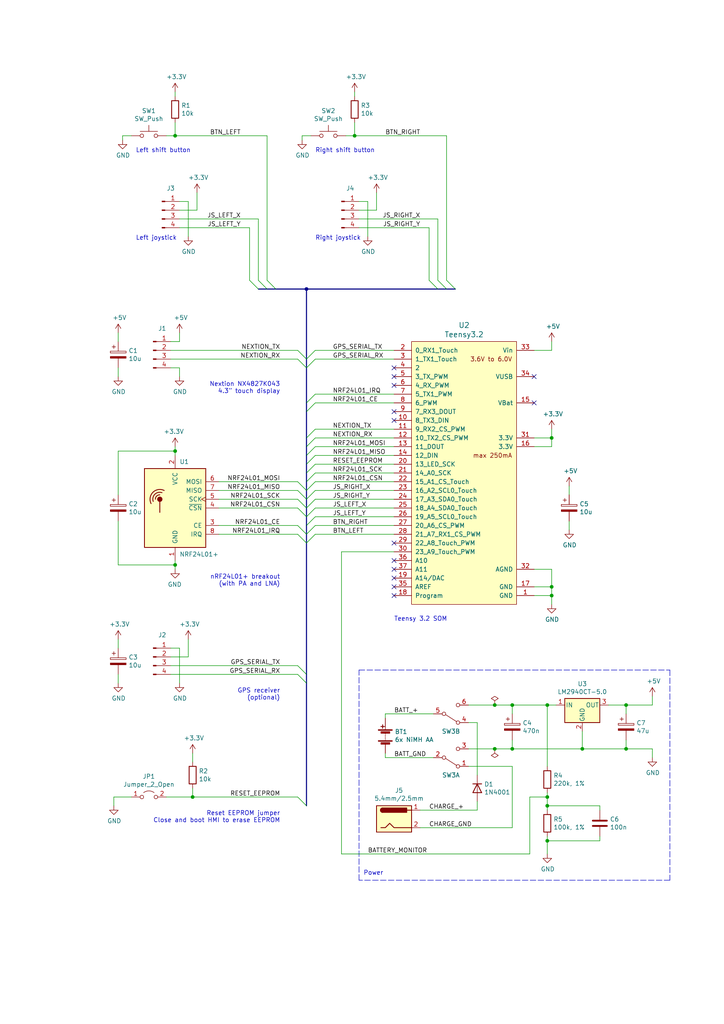
<source format=kicad_sch>
(kicad_sch (version 20211123) (generator eeschema)
  (paper "A4" portrait)
  (title_block (title "Earth Rover") (date "2023-01-23") (rev "10") (company "Vijfendertig BV") (comment 1 "Maarten De Munck") (comment 2 "Human Machine Interface (HMI)"))
  (lib_symbols
    (symbol "Connector:Barrel_Jack" (pin_names (offset 1.016))
      (property "Reference" "J" (at 0 5.334 0))
      (property "Value" "Barrel_Jack" (at 0 -5.08 0))
      (symbol "Barrel_Jack_0_1"
        (rectangle (start -5.08 3.81) (end 5.08 -3.81) (stroke (width 0.254)) (fill (type background)))
        (arc (start -3.302 3.175) (mid -3.937 2.54) (end -3.302 1.905) (stroke (width 0.254)))
        (arc (start -3.302 3.175) (mid -3.937 2.54) (end -3.302 1.905) (stroke (width 0.254)) (fill (type outline)))
        (polyline (pts (xy 5.08 2.54) (xy 3.81 2.54)) (stroke (width 0.254)))
        (polyline (pts (xy -3.81 -2.54) (xy -2.54 -2.54) (xy -1.27 -1.27) (xy 0 -2.54) (xy 2.54 -2.54) (xy 5.08 -2.54)) (stroke (width 0.254)))
        (rectangle (start 3.683 3.175) (end -3.302 1.905) (stroke (width 0.254)) (fill (type outline)))
      )
      (symbol "Barrel_Jack_1_1"
        (pin passive line (at 7.62 2.54 180) (length 2.54) (name "~") (number "1"))
        (pin passive line (at 7.62 -2.54 180) (length 2.54) (name "~") (number "2"))
      )
    )
    (symbol "Connector:Conn_01x04_Male" (pin_names (offset 1.016) hide)
      (property "Reference" "J" (at 0 5.08 0))
      (property "Value" "Conn_01x04_Male" (at 0 -7.62 0))
      (symbol "Conn_01x04_Male_1_1"
        (polyline (pts (xy 1.27 -5.08) (xy 0.8636 -5.08)) (stroke (width 0.1524)))
        (polyline (pts (xy 1.27 -2.54) (xy 0.8636 -2.54)) (stroke (width 0.1524)))
        (polyline (pts (xy 1.27 0) (xy 0.8636 0)) (stroke (width 0.1524)))
        (polyline (pts (xy 1.27 2.54) (xy 0.8636 2.54)) (stroke (width 0.1524)))
        (rectangle (start 0.8636 -4.953) (end 0 -5.207) (stroke (width 0.1524)) (fill (type outline)))
        (rectangle (start 0.8636 -2.413) (end 0 -2.667) (stroke (width 0.1524)) (fill (type outline)))
        (rectangle (start 0.8636 0.127) (end 0 -0.127) (stroke (width 0.1524)) (fill (type outline)))
        (rectangle (start 0.8636 2.667) (end 0 2.413) (stroke (width 0.1524)) (fill (type outline)))
        (pin passive line (at 5.08 2.54 180) (length 3.81) (name "Pin_1") (number "1"))
        (pin passive line (at 5.08 0 180) (length 3.81) (name "Pin_2") (number "2"))
        (pin passive line (at 5.08 -2.54 180) (length 3.81) (name "Pin_3") (number "3"))
        (pin passive line (at 5.08 -5.08 180) (length 3.81) (name "Pin_4") (number "4"))
      )
    )
    (symbol "Device:Battery" (pin_numbers hide) (pin_names (offset 0) hide)
      (property "Reference" "BT" (at 2.54 2.54 0))
      (property "Value" "Battery" (at 2.54 0 0))
      (symbol "Battery_0_1"
        (rectangle (start -2.032 -1.397) (end 2.032 -1.651) (fill (type outline)))
        (rectangle (start -2.032 1.778) (end 2.032 1.524) (fill (type outline)))
        (rectangle (start -1.3208 -1.9812) (end 1.27 -2.4892) (fill (type outline)))
        (rectangle (start -1.3208 1.1938) (end 1.27 0.6858) (fill (type outline)))
        (polyline (pts (xy 0 -1.524) (xy 0 -1.27)))
        (polyline (pts (xy 0 -1.016) (xy 0 -0.762)))
        (polyline (pts (xy 0 -0.508) (xy 0 -0.254)))
        (polyline (pts (xy 0 0) (xy 0 0.254)))
        (polyline (pts (xy 0 0.508) (xy 0 0.762)))
        (polyline (pts (xy 0 1.778) (xy 0 2.54)))
        (polyline (pts (xy 0.254 2.667) (xy 1.27 2.667)) (stroke (width 0.254)))
        (polyline (pts (xy 0.762 3.175) (xy 0.762 2.159)) (stroke (width 0.254)))
      )
      (symbol "Battery_1_1"
        (pin passive line (at 0 5.08 270) (length 2.54) (name "+") (number "1"))
        (pin passive line (at 0 -5.08 90) (length 2.54) (name "-") (number "2"))
      )
    )
    (symbol "Device:C" (pin_numbers hide) (pin_names (offset 0.254))
      (property "Reference" "C" (at 0.635 2.54 0))
      (property "Value" "C" (at 0.635 -2.54 0))
      (symbol "C_0_1"
        (polyline (pts (xy -2.032 -0.762) (xy 2.032 -0.762)) (stroke (width 0.508)))
        (polyline (pts (xy -2.032 0.762) (xy 2.032 0.762)) (stroke (width 0.508)))
      )
      (symbol "C_1_1"
        (pin passive line (at 0 3.81 270) (length 2.794) (name "~") (number "1"))
        (pin passive line (at 0 -3.81 90) (length 2.794) (name "~") (number "2"))
      )
    )
    (symbol "Device:C_Polarized" (pin_numbers hide) (pin_names (offset 0.254))
      (property "Reference" "C" (at 0.635 2.54 0))
      (property "Value" "C_Polarized" (at 0.635 -2.54 0))
      (symbol "C_Polarized_0_1"
        (rectangle (start -2.286 0.508) (end 2.286 1.016))
        (polyline (pts (xy -1.778 2.286) (xy -0.762 2.286)))
        (polyline (pts (xy -1.27 2.794) (xy -1.27 1.778)))
        (rectangle (start 2.286 -0.508) (end -2.286 -1.016) (fill (type outline)))
      )
      (symbol "C_Polarized_1_1"
        (pin passive line (at 0 3.81 270) (length 2.794) (name "~") (number "1"))
        (pin passive line (at 0 -3.81 90) (length 2.794) (name "~") (number "2"))
      )
    )
    (symbol "Device:R" (pin_numbers hide) (pin_names (offset 0))
      (property "Reference" "R" (at 2.032 0 90))
      (property "Value" "R" (at 0 0 90))
      (symbol "R_0_1"
        (rectangle (start -1.016 -2.54) (end 1.016 2.54) (stroke (width 0.254)))
      )
      (symbol "R_1_1"
        (pin passive line (at 0 3.81 270) (length 1.27) (name "~") (number "1"))
        (pin passive line (at 0 -3.81 90) (length 1.27) (name "~") (number "2"))
      )
    )
    (symbol "Diode:1N4001" (pin_numbers hide) (pin_names hide)
      (property "Reference" "D" (at 0 2.54 0))
      (property "Value" "1N4001" (at 0 -2.54 0))
      (symbol "1N4001_0_1"
        (polyline (pts (xy -1.27 1.27) (xy -1.27 -1.27)) (stroke (width 0.254)))
        (polyline (pts (xy 1.27 0) (xy -1.27 0)))
        (polyline (pts (xy 1.27 1.27) (xy 1.27 -1.27) (xy -1.27 0) (xy 1.27 1.27)) (stroke (width 0.254)))
      )
      (symbol "1N4001_1_1"
        (pin passive line (at -3.81 0 0) (length 2.54) (name "K") (number "1"))
        (pin passive line (at 3.81 0 180) (length 2.54) (name "A") (number "2"))
      )
    )
    (symbol "Jumper:Jumper_2_Open" (pin_names (offset 0) hide)
      (property "Reference" "JP" (at 0 2.794 0))
      (property "Value" "Jumper_2_Open" (at 0 -2.286 0))
      (symbol "Jumper_2_Open_0_0"
        (circle (center -2.032 0) (radius 0.508))
        (circle (center 2.032 0) (radius 0.508))
      )
      (symbol "Jumper_2_Open_0_1"
        (arc (start 1.524 1.27) (mid 0 1.778) (end -1.524 1.27))
      )
      (symbol "Jumper_2_Open_1_1"
        (pin passive line (at -5.08 0 0) (length 2.54) (name "A") (number "1"))
        (pin passive line (at 5.08 0 180) (length 2.54) (name "B") (number "2"))
      )
    )
    (symbol "RF:NRF24L01_Breakout" (pin_names (offset 1.016))
      (property "Reference" "U" (at -8.89 12.7 0))
      (property "Value" "NRF24L01_Breakout" (at 3.81 12.7 0))
      (symbol "NRF24L01_Breakout_0_1"
        (rectangle (start -8.89 11.43) (end 8.89 -11.43) (stroke (width 0.254)) (fill (type background)))
        (polyline (pts (xy 4.445 1.905) (xy 4.445 -1.27)) (stroke (width 0.254)))
        (circle (center 4.445 2.54) (radius 0.635) (stroke (width 0.254)) (fill (type outline)))
        (arc (start 5.715 2.54) (mid 5.3521 3.4546) (end 4.445 3.81) (stroke (width 0.254)))
        (arc (start 6.35 1.905) (mid 5.8763 3.9854) (end 3.81 4.445) (stroke (width 0.254)))
        (arc (start 6.985 1.27) (mid 6.453 4.548) (end 3.175 5.08) (stroke (width 0.254)))
      )
      (symbol "NRF24L01_Breakout_1_1"
        (pin power_in line (at 0 -15.24 90) (length 3.81) (name "GND") (number "1"))
        (pin power_in line (at 0 15.24 270) (length 3.81) (name "VCC") (number "2"))
        (pin input line (at -12.7 -5.08 0) (length 3.81) (name "CE") (number "3"))
        (pin input line (at -12.7 0 0) (length 3.81) (name "~{CSN}") (number "4"))
        (pin input clock (at -12.7 2.54 0) (length 3.81) (name "SCK") (number "5"))
        (pin input line (at -12.7 7.62 0) (length 3.81) (name "MOSI") (number "6"))
        (pin output line (at -12.7 5.08 0) (length 3.81) (name "MISO") (number "7"))
        (pin output line (at -12.7 -7.62 0) (length 3.81) (name "IRQ") (number "8"))
      )
    )
    (symbol "Switch:SW_DPDT_x2" (pin_names (offset 0) hide)
      (property "Reference" "SW" (at 0 4.318 0))
      (property "Value" "SW_DPDT_x2" (at 0 -5.08 0))
      (symbol "SW_DPDT_x2_0_0"
        (circle (center -2.032 0) (radius 0.508))
        (circle (center 2.032 -2.54) (radius 0.508))
      )
      (symbol "SW_DPDT_x2_0_1"
        (polyline (pts (xy -1.524 0.254) (xy 1.651 2.286)))
        (circle (center 2.032 2.54) (radius 0.508))
      )
      (symbol "SW_DPDT_x2_1_1"
        (pin passive line (at 5.08 2.54 180) (length 2.54) (name "A") (number "1"))
        (pin passive line (at -5.08 0 0) (length 2.54) (name "B") (number "2"))
        (pin passive line (at 5.08 -2.54 180) (length 2.54) (name "C") (number "3"))
      )
      (symbol "SW_DPDT_x2_2_1"
        (pin passive line (at 5.08 2.54 180) (length 2.54) (name "A") (number "4"))
        (pin passive line (at -5.08 0 0) (length 2.54) (name "B") (number "5"))
        (pin passive line (at 5.08 -2.54 180) (length 2.54) (name "C") (number "6"))
      )
    )
    (symbol "Switch:SW_Push" (pin_numbers hide) (pin_names (offset 1.016) hide)
      (property "Reference" "SW" (at 1.27 2.54 0))
      (property "Value" "SW_Push" (at 0 -1.524 0))
      (symbol "SW_Push_0_1"
        (circle (center -2.032 0) (radius 0.508))
        (polyline (pts (xy 0 1.27) (xy 0 3.048)))
        (polyline (pts (xy 2.54 1.27) (xy -2.54 1.27)))
        (circle (center 2.032 0) (radius 0.508))
        (pin passive line (at -5.08 0 0) (length 2.54) (name "1") (number "1"))
        (pin passive line (at 5.08 0 180) (length 2.54) (name "2") (number "2"))
      )
    )
    (symbol "earth-rover-custom-symbols:LM2940CT-5.0" (pin_names (offset 0.254))
      (property "Reference" "U" (at -3.81 3.175 0))
      (property "Value" "LM2940CT-5.0" (at 0 3.175 0))
      (symbol "LM2940CT-5.0_0_1"
        (rectangle (start -5.08 1.905) (end 5.08 -5.08) (stroke (width 0.254)) (fill (type background)))
      )
      (symbol "LM2940CT-5.0_1_1"
        (pin power_in line (at -7.62 0 0) (length 2.54) (name "IN") (number "1"))
        (pin power_in line (at 0 -7.62 90) (length 2.54) (name "GND") (number "2"))
        (pin power_out line (at 7.62 0 180) (length 2.54) (name "OUT") (number "3"))
      )
    )
    (symbol "earth-rover-custom-symbols:Teensy3.2" (pin_names (offset 1.016))
      (property "Reference" "U" (at 15.24 5.08 0))
      (property "Value" "Teensy3.2" (at 15.24 -76.2 0))
      (symbol "Teensy3.2_0_0"
        (rectangle (start 0 2.54) (end 30.48 -73.66) (fill (type background)))
        (text "3.6V to 6.0V" (at 29.21 -2.54 0) (effects (font (size 1.27 1.27)) (justify right)))
        (text "max 250mA" (at 29.21 -30.48 0) (effects (font (size 1.27 1.27)) (justify right)))
      )
      (symbol "Teensy3.2_1_1"
        (pin power_in line (at 35.56 -71.12 180) (length 5.08) (name "GND") (number "1"))
        (pin bidirectional line (at -5.08 -20.32 0) (length 5.08) (name "8_TX3_DIN") (number "10"))
        (pin bidirectional line (at -5.08 -22.86 0) (length 5.08) (name "9_RX2_CS_PWM") (number "11"))
        (pin bidirectional line (at -5.08 -25.4 0) (length 5.08) (name "10_TX2_CS_PWM") (number "12"))
        (pin bidirectional line (at -5.08 -27.94 0) (length 5.08) (name "11_DOUT") (number "13"))
        (pin bidirectional line (at -5.08 -30.48 0) (length 5.08) (name "12_DIN") (number "14"))
        (pin power_in line (at 35.56 -15.24 180) (length 5.08) (name "VBat") (number "15"))
        (pin passive line (at 35.56 -27.94 180) (length 5.08) (name "3.3V") (number "16"))
        (pin power_in line (at 35.56 -68.58 180) (length 5.08) (name "GND") (number "17"))
        (pin input line (at -5.08 -71.12 0) (length 5.08) (name "Program") (number "18"))
        (pin bidirectional line (at -5.08 -66.04 0) (length 5.08) (name "A14/DAC") (number "19"))
        (pin bidirectional line (at -5.08 0 0) (length 5.08) (name "0_RX1_Touch") (number "2"))
        (pin bidirectional line (at -5.08 -33.02 0) (length 5.08) (name "13_LED_SCK") (number "20"))
        (pin bidirectional line (at -5.08 -35.56 0) (length 5.08) (name "14_A0_SCK") (number "21"))
        (pin bidirectional line (at -5.08 -38.1 0) (length 5.08) (name "15_A1_CS_Touch") (number "22"))
        (pin bidirectional line (at -5.08 -40.64 0) (length 5.08) (name "16_A2_SCL0_Touch") (number "23"))
        (pin bidirectional line (at -5.08 -43.18 0) (length 5.08) (name "17_A3_SDA0_Touch") (number "24"))
        (pin bidirectional line (at -5.08 -45.72 0) (length 5.08) (name "18_A4_SDA0_Touch") (number "25"))
        (pin bidirectional line (at -5.08 -48.26 0) (length 5.08) (name "19_A5_SCL0_Touch") (number "26"))
        (pin bidirectional line (at -5.08 -50.8 0) (length 5.08) (name "20_A6_CS_PWM") (number "27"))
        (pin bidirectional line (at -5.08 -53.34 0) (length 5.08) (name "21_A7_RX1_CS_PWM") (number "28"))
        (pin bidirectional line (at -5.08 -55.88 0) (length 5.08) (name "22_A8_Touch_PWM") (number "29"))
        (pin bidirectional line (at -5.08 -2.54 0) (length 5.08) (name "1_TX1_Touch") (number "3"))
        (pin bidirectional line (at -5.08 -58.42 0) (length 5.08) (name "23_A9_Touch_PWM") (number "30"))
        (pin power_out line (at 35.56 -25.4 180) (length 5.08) (name "3.3V") (number "31"))
        (pin passive line (at 35.56 -63.5 180) (length 5.08) (name "AGND") (number "32"))
        (pin power_in line (at 35.56 0 180) (length 5.08) (name "Vin") (number "33"))
        (pin power_in line (at 35.56 -7.62 180) (length 5.08) (name "VUSB") (number "34"))
        (pin input line (at -5.08 -68.58 0) (length 5.08) (name "AREF") (number "35"))
        (pin bidirectional line (at -5.08 -60.96 0) (length 5.08) (name "A10") (number "36"))
        (pin bidirectional line (at -5.08 -63.5 0) (length 5.08) (name "A11") (number "37"))
        (pin bidirectional line (at -5.08 -5.08 0) (length 5.08) (name "2") (number "4"))
        (pin bidirectional line (at -5.08 -7.62 0) (length 5.08) (name "3_TX_PWM") (number "5"))
        (pin bidirectional line (at -5.08 -10.16 0) (length 5.08) (name "4_RX_PWM") (number "6"))
        (pin bidirectional line (at -5.08 -12.7 0) (length 5.08) (name "5_TX1_PWM") (number "7"))
        (pin bidirectional line (at -5.08 -15.24 0) (length 5.08) (name "6_PWM") (number "8"))
        (pin bidirectional line (at -5.08 -17.78 0) (length 5.08) (name "7_RX3_DOUT") (number "9"))
      )
    )
    (symbol "power:+3.3V" (power) (pin_names (offset 0))
      (property "Value" "+3.3V" (at 0 3.556 0))
      (symbol "+3.3V_0_1"
        (polyline (pts (xy -0.762 1.27) (xy 0 2.54)))
        (polyline (pts (xy 0 0) (xy 0 2.54)))
        (polyline (pts (xy 0 2.54) (xy 0.762 1.27)))
      )
      (symbol "+3.3V_1_1"
        (pin power_in line (at 0 0 90) (length 0) hide (name "+3.3V") (number "1"))
      )
    )
    (symbol "power:+5V" (power) (pin_names (offset 0))
      (property "Value" "+5V" (at 0 3.556 0))
      (symbol "+5V_0_1"
        (polyline (pts (xy -0.762 1.27) (xy 0 2.54)))
        (polyline (pts (xy 0 0) (xy 0 2.54)))
        (polyline (pts (xy 0 2.54) (xy 0.762 1.27)))
      )
      (symbol "+5V_1_1"
        (pin power_in line (at 0 0 90) (length 0) hide (name "+5V") (number "1"))
      )
    )
    (symbol "power:GND" (power) (pin_names (offset 0))
      (property "Value" "GND" (at 0 -3.81 0))
      (symbol "GND_0_1"
        (polyline (pts (xy 0 0) (xy 0 -1.27) (xy 1.27 -1.27) (xy 0 -2.54) (xy -1.27 -1.27) (xy 0 -1.27)))
      )
      (symbol "GND_1_1"
        (pin power_in line (at 0 0 270) (length 0) hide (name "GND") (number "1"))
      )
    )
    (symbol "power:PWR_FLAG" (power) (pin_numbers hide) (pin_names (offset 0) hide)
      (property "Value" "PWR_FLAG" (at 0 3.81 0))
      (symbol "PWR_FLAG_0_0"
        (pin power_out line (at 0 0 90) (length 0) (name "pwr") (number "1"))
      )
      (symbol "PWR_FLAG_0_1"
        (polyline (pts (xy 0 0) (xy 0 1.27) (xy -1.016 1.905) (xy 0 2.54) (xy 1.016 1.905) (xy 0 1.27)))
      )
    )
  )
  (junction (at 50.8 130.81))
  (junction (at 148.59 217.17))
  (junction (at 158.75 231.14))
  (junction (at 158.75 243.84))
  (junction (at 102.87 39.37))
  (junction (at 55.88 231.14))
  (junction (at 181.61 217.17))
  (junction (at 50.8 163.83))
  (junction (at 181.61 204.47))
  (junction (at 50.8 39.37))
  (junction (at 88.9 83.82))
  (junction (at 148.59 204.47))
  (junction (at 160.02 127))
  (junction (at 158.75 204.47))
  (junction (at 158.75 233.68))
  (junction (at 143.51 204.47))
  (junction (at 143.51 217.17))
  (junction (at 160.02 170.18))
  (junction (at 168.91 217.17))
  (junction (at 160.02 172.72))
  (no_connect (at 154.94 116.84))
  (no_connect (at 114.3 121.92))
  (no_connect (at 114.3 162.56))
  (no_connect (at 114.3 106.68))
  (no_connect (at 114.3 167.64))
  (no_connect (at 114.3 111.76))
  (no_connect (at 154.94 109.22))
  (no_connect (at 114.3 165.1))
  (no_connect (at 114.3 119.38))
  (no_connect (at 114.3 157.48))
  (no_connect (at 114.3 172.72))
  (no_connect (at 114.3 109.22))
  (no_connect (at 114.3 170.18))
  (bus_entry (at 86.36 231.14) (size 2.54 2.54))
  (bus_entry (at 86.36 142.24) (size 2.54 2.54))
  (bus_entry (at 91.44 114.3) (size -2.54 2.54))
  (bus_entry (at 91.44 142.24) (size -2.54 2.54))
  (bus_entry (at 86.36 154.94) (size 2.54 2.54))
  (bus_entry (at 80.01 83.82) (size -2.54 -2.54))
  (bus_entry (at 74.93 83.82) (size -2.54 -2.54))
  (bus_entry (at 86.36 139.7) (size 2.54 2.54))
  (bus_entry (at 91.44 101.6) (size -2.54 2.54))
  (bus_entry (at 91.44 139.7) (size -2.54 2.54))
  (bus_entry (at 86.36 193.04) (size 2.54 2.54))
  (bus_entry (at 91.44 104.14) (size -2.54 2.54))
  (bus_entry (at 86.36 147.32) (size 2.54 2.54))
  (bus_entry (at 91.44 137.16) (size -2.54 2.54))
  (bus_entry (at 91.44 116.84) (size -2.54 2.54))
  (bus_entry (at 91.44 144.78) (size -2.54 2.54))
  (bus_entry (at 91.44 132.08) (size -2.54 2.54))
  (bus_entry (at 86.36 152.4) (size 2.54 2.54))
  (bus_entry (at 77.47 83.82) (size -2.54 -2.54))
  (bus_entry (at 86.36 144.78) (size 2.54 2.54))
  (bus_entry (at 91.44 152.4) (size -2.54 2.54))
  (bus_entry (at 86.36 195.58) (size 2.54 2.54))
  (bus_entry (at 91.44 149.86) (size -2.54 2.54))
  (bus_entry (at 91.44 154.94) (size -2.54 2.54))
  (bus_entry (at 91.44 129.54) (size -2.54 2.54))
  (bus_entry (at 91.44 147.32) (size -2.54 2.54))
  (bus_entry (at 129.54 81.28) (size 2.54 2.54))
  (bus_entry (at 124.46 81.28) (size 2.54 2.54))
  (bus_entry (at 86.36 104.14) (size 2.54 2.54))
  (bus_entry (at 127 81.28) (size 2.54 2.54))
  (bus_entry (at 91.44 124.46) (size -2.54 2.54))
  (bus_entry (at 91.44 127) (size -2.54 2.54))
  (bus_entry (at 91.44 134.62) (size -2.54 2.54))
  (bus_entry (at 86.36 101.6) (size 2.54 2.54))
  (wire (pts (xy 148.59 222.25) (xy 148.59 240.03)))
  (wire (pts (xy 181.61 204.47) (xy 181.61 207.01)))
  (wire (pts (xy 154.94 129.54) (xy 160.02 129.54)))
  (wire (pts (xy 154.94 101.6) (xy 160.02 101.6)))
  (wire (pts (xy 48.26 39.37) (xy 50.8 39.37)))
  (wire (pts (xy 63.5 139.7) (xy 86.36 139.7)))
  (wire (pts (xy 87.63 39.37) (xy 90.17 39.37)))
  (wire (pts (xy 54.61 58.42) (xy 54.61 68.58)))
  (wire (pts (xy 160.02 127) (xy 160.02 124.46)))
  (bus (pts (xy 88.9 152.4) (xy 88.9 154.94)))
  (bus (pts (xy 88.9 106.68) (xy 88.9 116.84)))
  (bus (pts (xy 127 83.82) (xy 129.54 83.82)))
  (wire (pts (xy 158.75 204.47) (xy 161.29 204.47)))
  (wire (pts (xy 158.75 243.84) (xy 158.75 247.65)))
  (wire (pts (xy 102.87 39.37) (xy 129.54 39.37)))
  (wire (pts (xy 63.5 142.24) (xy 86.36 142.24)))
  (wire (pts (xy 111.76 207.01) (xy 111.76 208.28)))
  (bus (pts (xy 88.9 154.94) (xy 88.9 157.48)))
  (wire (pts (xy 91.44 101.6) (xy 114.3 101.6)))
  (wire (pts (xy 135.89 204.47) (xy 143.51 204.47)))
  (wire (pts (xy 91.44 149.86) (xy 114.3 149.86)))
  (bus (pts (xy 88.9 137.16) (xy 88.9 139.7)))
  (wire (pts (xy 160.02 129.54) (xy 160.02 127)))
  (polyline (pts (xy 194.31 194.31) (xy 194.31 255.27)))
  (wire (pts (xy 124.46 81.28) (xy 124.46 66.04)))
  (bus (pts (xy 88.9 142.24) (xy 88.9 144.78)))
  (wire (pts (xy 138.43 232.41) (xy 138.43 234.95)))
  (wire (pts (xy 49.53 99.06) (xy 52.07 99.06)))
  (wire (pts (xy 99.06 247.65) (xy 99.06 160.02)))
  (wire (pts (xy 55.88 220.98) (xy 55.88 218.44)))
  (wire (pts (xy 160.02 170.18) (xy 160.02 172.72)))
  (wire (pts (xy 160.02 172.72) (xy 160.02 175.26)))
  (bus (pts (xy 88.9 134.62) (xy 88.9 137.16)))
  (wire (pts (xy 158.75 229.87) (xy 158.75 231.14)))
  (polyline (pts (xy 104.14 194.31) (xy 194.31 194.31)))
  (bus (pts (xy 129.54 83.82) (xy 132.08 83.82)))
  (wire (pts (xy 91.44 132.08) (xy 114.3 132.08)))
  (wire (pts (xy 160.02 165.1) (xy 160.02 170.18)))
  (wire (pts (xy 109.22 55.88) (xy 109.22 60.96)))
  (bus (pts (xy 80.01 83.82) (xy 88.9 83.82)))
  (wire (pts (xy 154.94 172.72) (xy 160.02 172.72)))
  (wire (pts (xy 135.89 222.25) (xy 148.59 222.25)))
  (wire (pts (xy 148.59 207.01) (xy 148.59 204.47)))
  (wire (pts (xy 34.29 96.52) (xy 34.29 99.06)))
  (wire (pts (xy 104.14 63.5) (xy 127 63.5)))
  (wire (pts (xy 91.44 124.46) (xy 114.3 124.46)))
  (wire (pts (xy 52.07 60.96) (xy 57.15 60.96)))
  (bus (pts (xy 88.9 147.32) (xy 88.9 149.86)))
  (wire (pts (xy 91.44 152.4) (xy 114.3 152.4)))
  (wire (pts (xy 63.5 154.94) (xy 86.36 154.94)))
  (wire (pts (xy 33.02 233.68) (xy 33.02 231.14)))
  (wire (pts (xy 35.56 39.37) (xy 38.1 39.37)))
  (wire (pts (xy 99.06 160.02) (xy 114.3 160.02)))
  (wire (pts (xy 135.89 217.17) (xy 143.51 217.17)))
  (wire (pts (xy 121.92 234.95) (xy 138.43 234.95)))
  (bus (pts (xy 88.9 144.78) (xy 88.9 147.32)))
  (wire (pts (xy 158.75 231.14) (xy 153.67 231.14)))
  (wire (pts (xy 91.44 139.7) (xy 114.3 139.7)))
  (bus (pts (xy 88.9 83.82) (xy 127 83.82)))
  (wire (pts (xy 86.36 193.04) (xy 49.53 193.04)))
  (wire (pts (xy 63.5 152.4) (xy 86.36 152.4)))
  (wire (pts (xy 148.59 217.17) (xy 168.91 217.17)))
  (wire (pts (xy 181.61 204.47) (xy 189.23 204.47)))
  (wire (pts (xy 49.53 190.5) (xy 54.61 190.5)))
  (wire (pts (xy 34.29 163.83) (xy 50.8 163.83)))
  (wire (pts (xy 102.87 39.37) (xy 102.87 35.56)))
  (bus (pts (xy 88.9 132.08) (xy 88.9 134.62)))
  (wire (pts (xy 77.47 81.28) (xy 77.47 39.37)))
  (wire (pts (xy 34.29 130.81) (xy 50.8 130.81)))
  (wire (pts (xy 104.14 58.42) (xy 106.68 58.42)))
  (wire (pts (xy 91.44 142.24) (xy 114.3 142.24)))
  (wire (pts (xy 109.22 60.96) (xy 104.14 60.96)))
  (wire (pts (xy 52.07 96.52) (xy 52.07 99.06)))
  (wire (pts (xy 104.14 66.04) (xy 124.46 66.04)))
  (wire (pts (xy 91.44 137.16) (xy 114.3 137.16)))
  (wire (pts (xy 148.59 204.47) (xy 158.75 204.47)))
  (wire (pts (xy 148.59 214.63) (xy 148.59 217.17)))
  (wire (pts (xy 91.44 116.84) (xy 114.3 116.84)))
  (wire (pts (xy 50.8 39.37) (xy 77.47 39.37)))
  (wire (pts (xy 111.76 207.01) (xy 125.73 207.01)))
  (wire (pts (xy 49.53 104.14) (xy 86.36 104.14)))
  (wire (pts (xy 143.51 204.47) (xy 148.59 204.47)))
  (wire (pts (xy 49.53 101.6) (xy 86.36 101.6)))
  (wire (pts (xy 54.61 185.42) (xy 54.61 190.5)))
  (wire (pts (xy 165.1 140.97) (xy 165.1 143.51)))
  (wire (pts (xy 165.1 153.67) (xy 165.1 151.13)))
  (wire (pts (xy 34.29 151.13) (xy 34.29 163.83)))
  (wire (pts (xy 52.07 187.96) (xy 52.07 198.12)))
  (wire (pts (xy 87.63 40.64) (xy 87.63 39.37)))
  (bus (pts (xy 88.9 116.84) (xy 88.9 119.38)))
  (wire (pts (xy 99.06 247.65) (xy 153.67 247.65)))
  (wire (pts (xy 138.43 209.55) (xy 138.43 224.79)))
  (wire (pts (xy 34.29 109.22) (xy 34.29 106.68)))
  (wire (pts (xy 50.8 39.37) (xy 50.8 35.56)))
  (bus (pts (xy 88.9 127) (xy 88.9 129.54)))
  (wire (pts (xy 34.29 143.51) (xy 34.29 130.81)))
  (bus (pts (xy 88.9 129.54) (xy 88.9 132.08)))
  (wire (pts (xy 158.75 242.57) (xy 158.75 243.84)))
  (wire (pts (xy 49.53 106.68) (xy 52.07 106.68)))
  (bus (pts (xy 88.9 195.58) (xy 88.9 198.12)))
  (wire (pts (xy 91.44 134.62) (xy 114.3 134.62)))
  (wire (pts (xy 154.94 170.18) (xy 160.02 170.18)))
  (wire (pts (xy 153.67 231.14) (xy 153.67 247.65)))
  (wire (pts (xy 160.02 101.6) (xy 160.02 99.06)))
  (wire (pts (xy 129.54 81.28) (xy 129.54 39.37)))
  (wire (pts (xy 181.61 217.17) (xy 168.91 217.17)))
  (wire (pts (xy 35.56 40.64) (xy 35.56 39.37)))
  (wire (pts (xy 91.44 144.78) (xy 114.3 144.78)))
  (wire (pts (xy 181.61 214.63) (xy 181.61 217.17)))
  (wire (pts (xy 48.26 231.14) (xy 55.88 231.14)))
  (wire (pts (xy 106.68 58.42) (xy 106.68 68.58)))
  (wire (pts (xy 50.8 130.81) (xy 50.8 132.08)))
  (polyline (pts (xy 104.14 255.27) (xy 104.14 194.31)))
  (wire (pts (xy 158.75 243.84) (xy 173.99 243.84)))
  (wire (pts (xy 50.8 165.1) (xy 50.8 163.83)))
  (wire (pts (xy 49.53 195.58) (xy 86.36 195.58)))
  (wire (pts (xy 74.93 81.28) (xy 74.93 63.5)))
  (wire (pts (xy 111.76 219.71) (xy 125.73 219.71)))
  (bus (pts (xy 88.9 198.12) (xy 88.9 233.68)))
  (wire (pts (xy 173.99 233.68) (xy 173.99 234.95)))
  (wire (pts (xy 33.02 231.14) (xy 38.1 231.14)))
  (bus (pts (xy 88.9 104.14) (xy 88.9 106.68)))
  (bus (pts (xy 88.9 119.38) (xy 88.9 127)))
  (bus (pts (xy 74.93 83.82) (xy 77.47 83.82)))
  (wire (pts (xy 50.8 26.67) (xy 50.8 27.94)))
  (wire (pts (xy 138.43 209.55) (xy 135.89 209.55)))
  (wire (pts (xy 100.33 39.37) (xy 102.87 39.37)))
  (bus (pts (xy 88.9 139.7) (xy 88.9 142.24)))
  (wire (pts (xy 63.5 144.78) (xy 86.36 144.78)))
  (wire (pts (xy 148.59 240.03) (xy 121.92 240.03)))
  (wire (pts (xy 34.29 198.12) (xy 34.29 195.58)))
  (wire (pts (xy 91.44 147.32) (xy 114.3 147.32)))
  (wire (pts (xy 127 63.5) (xy 127 81.28)))
  (wire (pts (xy 91.44 114.3) (xy 114.3 114.3)))
  (wire (pts (xy 50.8 129.54) (xy 50.8 130.81)))
  (wire (pts (xy 63.5 147.32) (xy 86.36 147.32)))
  (wire (pts (xy 102.87 26.67) (xy 102.87 27.94)))
  (wire (pts (xy 49.53 187.96) (xy 52.07 187.96)))
  (wire (pts (xy 143.51 217.17) (xy 148.59 217.17)))
  (wire (pts (xy 50.8 163.83) (xy 50.8 162.56)))
  (wire (pts (xy 34.29 185.42) (xy 34.29 187.96)))
  (wire (pts (xy 176.53 204.47) (xy 181.61 204.47)))
  (wire (pts (xy 111.76 218.44) (xy 111.76 219.71)))
  (wire (pts (xy 57.15 60.96) (xy 57.15 55.88)))
  (wire (pts (xy 91.44 129.54) (xy 114.3 129.54)))
  (wire (pts (xy 91.44 104.14) (xy 114.3 104.14)))
  (wire (pts (xy 55.88 231.14) (xy 86.36 231.14)))
  (wire (pts (xy 52.07 58.42) (xy 54.61 58.42)))
  (wire (pts (xy 55.88 231.14) (xy 55.88 228.6)))
  (wire (pts (xy 158.75 231.14) (xy 158.75 233.68)))
  (wire (pts (xy 173.99 243.84) (xy 173.99 242.57)))
  (wire (pts (xy 158.75 233.68) (xy 173.99 233.68)))
  (wire (pts (xy 189.23 217.17) (xy 189.23 219.71)))
  (bus (pts (xy 88.9 83.82) (xy 88.9 104.14)))
  (bus (pts (xy 88.9 149.86) (xy 88.9 152.4)))
  (wire (pts (xy 91.44 127) (xy 114.3 127)))
  (bus (pts (xy 88.9 157.48) (xy 88.9 195.58)))
  (polyline (pts (xy 194.31 255.27) (xy 104.14 255.27)))
  (wire (pts (xy 52.07 66.04) (xy 72.39 66.04)))
  (wire (pts (xy 52.07 63.5) (xy 74.93 63.5)))
  (wire (pts (xy 158.75 233.68) (xy 158.75 234.95)))
  (bus (pts (xy 77.47 83.82) (xy 80.01 83.82)))
  (wire (pts (xy 189.23 204.47) (xy 189.23 201.93)))
  (wire (pts (xy 158.75 222.25) (xy 158.75 204.47)))
  (wire (pts (xy 72.39 81.28) (xy 72.39 66.04)))
  (wire (pts (xy 154.94 127) (xy 160.02 127)))
  (wire (pts (xy 52.07 106.68) (xy 52.07 109.22)))
  (wire (pts (xy 168.91 217.17) (xy 168.91 212.09)))
  (wire (pts (xy 181.61 217.17) (xy 189.23 217.17)))
  (wire (pts (xy 91.44 154.94) (xy 114.3 154.94)))
  (wire (pts (xy 154.94 165.1) (xy 160.02 165.1)))
  (text "Power" (at 105.41 254 0) (effects (font (size 1.27 1.27)) (justify left bottom)))
  (text "Nextion NX4827K043\n4.3” touch display" (at 81.28 114.3 180) (effects (font (size 1.27 1.27)) (justify right bottom)))
  (text "Right shift button" (at 91.44 44.45 0) (effects (font (size 1.27 1.27)) (justify left bottom)))
  (text "Right joystick" (at 91.44 69.85 0) (effects (font (size 1.27 1.27)) (justify left bottom)))
  (text "nRF24L01+ breakout\n(with PA and LNA)" (at 81.28 170.18 180) (effects (font (size 1.27 1.27)) (justify right bottom)))
  (text "Reset EEPROM jumper\nClose and boot HMI to erase EEPROM" (at 81.28 238.76 180) (effects (font (size 1.27 1.27)) (justify right bottom)))
  (text "Teensy 3.2 SOM" (at 114.3 180.34 0) (effects (font (size 1.27 1.27)) (justify left bottom)))
  (text "Left joystick" (at 39.37 69.85 0) (effects (font (size 1.27 1.27)) (justify left bottom)))
  (text "Left shift button" (at 39.37 44.45 0) (effects (font (size 1.27 1.27)) (justify left bottom)))
  (text "GPS receiver\n(optional)" (at 81.28 203.2 180) (effects (font (size 1.27 1.27)) (justify right bottom)))
  (label "NRF24L01_CE" (at 81.28 152.4 180))
  (label "JS_LEFT_Y" (at 69.85 66.04 180))
  (label "GPS_SERIAL_TX" (at 81.28 193.04 180))
  (label "NRF24L01_IRQ" (at 96.52 114.3 0))
  (label "BTN_RIGHT" (at 96.52 152.4 0))
  (label "NRF24L01_MISO" (at 96.52 132.08 0))
  (label "NEXTION_TX" (at 81.28 101.6 180))
  (label "GPS_SERIAL_RX" (at 81.28 195.58 180))
  (label "JS_RIGHT_X" (at 121.92 63.5 180))
  (label "BTN_LEFT" (at 69.85 39.37 180))
  (label "JS_RIGHT_Y" (at 121.92 66.04 180))
  (label "NRF24L01_CSN" (at 81.28 147.32 180))
  (label "JS_LEFT_Y" (at 96.52 149.86 0))
  (label "CHARGE_GND" (at 124.46 240.03 0))
  (label "NRF24L01_MISO" (at 81.28 142.24 180))
  (label "NEXTION_TX" (at 96.52 124.46 0))
  (label "BTN_LEFT" (at 96.52 154.94 0))
  (label "NRF24L01_SCK" (at 81.28 144.78 180))
  (label "JS_RIGHT_X" (at 96.52 142.24 0))
  (label "NEXTION_RX" (at 81.28 104.14 180))
  (label "NRF24L01_IRQ" (at 81.28 154.94 180))
  (label "BTN_RIGHT" (at 121.92 39.37 180))
  (label "JS_LEFT_X" (at 96.52 147.32 0))
  (label "NRF24L01_CE" (at 96.52 116.84 0))
  (label "CHARGE_+" (at 124.46 234.95 0))
  (label "GPS_SERIAL_RX" (at 96.52 104.14 0))
  (label "JS_LEFT_X" (at 69.85 63.5 180))
  (label "BATT_GND" (at 114.3 219.71 0))
  (label "NRF24L01_MOSI" (at 96.52 129.54 0))
  (label "RESET_EEPROM" (at 81.28 231.14 180))
  (label "BATTERY_MONITOR" (at 106.68 247.65 0))
  (label "NRF24L01_MOSI" (at 81.28 139.7 180))
  (label "NRF24L01_CSN" (at 96.52 139.7 0))
  (label "NEXTION_RX" (at 96.52 127 0))
  (label "NRF24L01_SCK" (at 96.52 137.16 0))
  (label "RESET_EEPROM" (at 96.52 134.62 0))
  (label "JS_RIGHT_Y" (at 96.52 144.78 0))
  (label "BATT_+" (at 114.3 207.01 0))
  (label "GPS_SERIAL_TX" (at 96.52 101.6 0))
  (symbol (lib_id "RF:NRF24L01_Breakout") (at 50.8 147.32 0) (mirror y) (unit 1)
    (property "Reference" "U1" (at 52.07 134.62 0) (effects (justify right bottom)))
    (property "Value" "NRF24L01+" (at 52.07 160.02 0) (effects (justify right top)))
    (property "Footprint" "earth-rover-footprints:nRF24L01_Breakout_LargerHoles" (effects hide))
    (property "Datasheet" "http://www.nordicsemi.com/eng/content/download/2730/34105/file/nRF24L01_Product_Specification_v2_0.pdf" (effects hide))
  )
  (symbol (lib_id "Switch:SW_Push") (at 43.18 39.37 0) (unit 1)
    (property "Reference" "SW1" (at 43.18 32.131 0))
    (property "Value" "SW_Push" (at 43.18 34.4424 0))
    (property "Footprint" "Connector_PinHeader_2.54mm:PinHeader_1x02_P2.54mm_Vertical" (effects hide))
  )
  (symbol (lib_id "Switch:SW_Push") (at 95.25 39.37 0) (unit 1)
    (property "Reference" "SW2" (at 95.25 32.131 0))
    (property "Value" "SW_Push" (at 95.25 34.4424 0))
    (property "Footprint" "Connector_PinHeader_2.54mm:PinHeader_1x02_P2.54mm_Vertical" (effects hide))
  )
  (symbol (lib_id "Connector:Conn_01x04_Male") (at 44.45 190.5 0) (unit 1)
    (property "Reference" "J2" (at 48.26 184.15 0) (effects (justify right)))
    (property "Value" "Conn_01x04_Male" (effects hide))
    (property "Footprint" "Connector_PinHeader_2.54mm:PinHeader_1x04_P2.54mm_Vertical" (effects hide))
  )
  (symbol (lib_id "Switch:SW_DPDT_x2") (at 130.81 219.71 0) (mirror x) (unit 1)
    (property "Reference" "SW3" (at 130.81 224.79 0))
    (property "Value" "SW_DPDT_x2" (effects hide))
    (property "Footprint" "earth-rover-footprints:PinHeader_2x03_P2.54mm_Vertical_Switch_DPDT" (effects hide))
  )
  (symbol (lib_id "Switch:SW_DPDT_x2") (at 130.81 207.01 0) (mirror x) (unit 2)
    (property "Reference" "SW3" (at 130.81 212.09 0))
    (property "Value" "SW_DPDT_x2" (effects hide))
    (property "Footprint" "earth-rover-footprints:PinHeader_2x03_P2.54mm_Vertical_Switch_DPDT" (effects hide))
  )
  (symbol (lib_id "power:GND") (at 158.75 247.65 0) (unit 1)
    (property "Reference" "#PWR021" (effects hide))
    (property "Value" "GND" (at 158.877 252.0442 0))
  )
  (symbol (lib_id "power:PWR_FLAG") (at 143.51 204.47 0) (mirror y) (unit 1)
    (property "Reference" "#FLG01" (effects hide))
    (property "Value" "PWR_FLAG" (effects hide))
  )
  (symbol (lib_id "power:PWR_FLAG") (at 143.51 217.17 180) (unit 1)
    (property "Reference" "#FLG02" (effects hide))
    (property "Value" "PWR_FLAG" (effects hide))
  )
  (symbol (lib_id "power:+5V") (at 189.23 201.93 0) (unit 1)
    (property "Reference" "#PWR027" (effects hide))
    (property "Value" "+5V" (at 189.611 197.5358 0))
  )
  (symbol (lib_id "Device:C_Polarized") (at 34.29 147.32 0) (unit 1)
    (property "Reference" "C2" (at 37.2872 146.1516 0) (effects (justify left)))
    (property "Value" "10u" (at 37.2872 148.463 0) (effects (justify left)))
    (property "Footprint" "Capacitor_THT:CP_Radial_D5.0mm_P2.50mm" (effects hide))
  )
  (symbol (lib_id "power:GND") (at 35.56 40.64 0) (unit 1)
    (property "Reference" "#PWR06" (effects hide))
    (property "Value" "GND" (at 35.687 45.0342 0))
  )
  (symbol (lib_id "power:GND") (at 87.63 40.64 0) (unit 1)
    (property "Reference" "#PWR017" (effects hide))
    (property "Value" "GND" (at 87.757 45.0342 0))
  )
  (symbol (lib_id "power:+5V") (at 160.02 99.06 0) (unit 1)
    (property "Reference" "#PWR022" (effects hide))
    (property "Value" "+5V" (at 160.401 94.6658 0))
  )
  (symbol (lib_id "power:+3.3V") (at 160.02 124.46 0) (unit 1)
    (property "Reference" "#PWR023" (effects hide))
    (property "Value" "+3.3V" (at 160.401 120.0658 0))
  )
  (symbol (lib_id "Device:R") (at 50.8 31.75 0) (unit 1)
    (property "Reference" "R1" (at 52.578 30.5816 0) (effects (justify left)))
    (property "Value" "10k" (at 52.578 32.893 0) (effects (justify left)))
    (property "Footprint" "Resistor_THT:R_Axial_DIN0207_L6.3mm_D2.5mm_P10.16mm_Horizontal" (effects hide))
  )
  (symbol (lib_id "Device:R") (at 102.87 31.75 0) (unit 1)
    (property "Reference" "R3" (at 104.648 30.5816 0) (effects (justify left)))
    (property "Value" "10k" (at 104.648 32.893 0) (effects (justify left)))
    (property "Footprint" "Resistor_THT:R_Axial_DIN0207_L6.3mm_D2.5mm_P10.16mm_Horizontal" (effects hide))
  )
  (symbol (lib_id "power:+3.3V") (at 102.87 26.67 0) (unit 1)
    (property "Reference" "#PWR018" (effects hide))
    (property "Value" "+3.3V" (at 103.251 22.2758 0))
  )
  (symbol (lib_id "power:+3.3V") (at 50.8 26.67 0) (unit 1)
    (property "Reference" "#PWR07" (effects hide))
    (property "Value" "+3.3V" (at 51.181 22.2758 0))
  )
  (symbol (lib_id "power:GND") (at 106.68 68.58 0) (unit 1)
    (property "Reference" "#PWR019" (effects hide))
    (property "Value" "GND" (at 106.807 72.9742 0))
  )
  (symbol (lib_id "power:+3.3V") (at 109.22 55.88 0) (unit 1)
    (property "Reference" "#PWR020" (effects hide))
    (property "Value" "+3.3V" (at 109.601 51.4858 0))
  )
  (symbol (lib_id "power:GND") (at 54.61 68.58 0) (unit 1)
    (property "Reference" "#PWR014" (effects hide))
    (property "Value" "GND" (at 54.737 72.9742 0))
  )
  (symbol (lib_id "power:+3.3V") (at 57.15 55.88 0) (unit 1)
    (property "Reference" "#PWR016" (effects hide))
    (property "Value" "+3.3V" (at 57.531 51.4858 0))
  )
  (symbol (lib_id "power:+3.3V") (at 50.8 129.54 0) (mirror y) (unit 1)
    (property "Reference" "#PWR08" (effects hide))
    (property "Value" "+3.3V" (at 50.419 125.1458 0))
  )
  (symbol (lib_id "power:GND") (at 50.8 165.1 0) (mirror y) (unit 1)
    (property "Reference" "#PWR09" (effects hide))
    (property "Value" "GND" (at 50.673 169.4942 0))
  )
  (symbol (lib_id "power:GND") (at 52.07 109.22 0) (unit 1)
    (property "Reference" "#PWR011" (effects hide))
    (property "Value" "GND" (at 52.197 113.6142 0))
  )
  (symbol (lib_id "power:+5V") (at 52.07 96.52 0) (unit 1)
    (property "Reference" "#PWR010" (effects hide))
    (property "Value" "+5V" (at 52.451 92.1258 0))
  )
  (symbol (lib_id "Device:C_Polarized") (at 34.29 102.87 0) (unit 1)
    (property "Reference" "C1" (at 37.2872 101.7016 0) (effects (justify left)))
    (property "Value" "10u" (at 37.2872 104.013 0) (effects (justify left)))
    (property "Footprint" "Capacitor_THT:CP_Radial_D5.0mm_P2.50mm" (effects hide))
  )
  (symbol (lib_id "Connector:Conn_01x04_Male") (at 44.45 101.6 0) (unit 1)
    (property "Reference" "J1" (at 48.26 95.25 0) (effects (justify right)))
    (property "Value" "Conn_01x04_Male" (effects hide))
    (property "Footprint" "Connector_PinHeader_2.54mm:PinHeader_1x04_P2.54mm_Vertical" (effects hide))
  )
  (symbol (lib_id "power:+5V") (at 34.29 96.52 0) (unit 1)
    (property "Reference" "#PWR02" (effects hide))
    (property "Value" "+5V" (at 34.671 92.1258 0))
  )
  (symbol (lib_id "power:GND") (at 34.29 109.22 0) (unit 1)
    (property "Reference" "#PWR03" (effects hide))
    (property "Value" "GND" (at 34.417 113.6142 0))
  )
  (symbol (lib_id "Device:C_Polarized") (at 165.1 147.32 0) (unit 1)
    (property "Reference" "C5" (at 168.0972 146.1516 0) (effects (justify left)))
    (property "Value" "10u" (at 168.0972 148.463 0) (effects (justify left)))
    (property "Footprint" "Capacitor_THT:CP_Radial_D5.0mm_P2.50mm" (effects hide))
  )
  (symbol (lib_id "power:+5V") (at 165.1 140.97 0) (unit 1)
    (property "Reference" "#PWR025" (effects hide))
    (property "Value" "+5V" (at 165.481 136.5758 0))
  )
  (symbol (lib_id "power:GND") (at 165.1 153.67 0) (unit 1)
    (property "Reference" "#PWR026" (effects hide))
    (property "Value" "GND" (at 165.227 158.0642 0))
  )
  (symbol (lib_id "Connector:Conn_01x04_Male") (at 46.99 60.96 0) (unit 1)
    (property "Reference" "J3" (at 49.53 54.61 0))
    (property "Value" "Conn_01x04_Male" (effects hide))
    (property "Footprint" "Connector_PinHeader_2.54mm:PinHeader_1x04_P2.54mm_Vertical" (effects hide))
  )
  (symbol (lib_id "Connector:Conn_01x04_Male") (at 99.06 60.96 0) (unit 1)
    (property "Reference" "J4" (at 101.6 54.61 0))
    (property "Value" "Conn_01x04_Male" (effects hide))
    (property "Footprint" "Connector_PinHeader_2.54mm:PinHeader_1x04_P2.54mm_Vertical" (effects hide))
  )
  (symbol (lib_id "Connector:Barrel_Jack") (at 114.3 237.49 0) (unit 1)
    (property "Reference" "J5" (at 115.7478 229.235 0))
    (property "Value" "5.4mm/2.5mm" (at 115.7478 231.5464 0))
    (property "Footprint" "Connector_PinHeader_2.54mm:PinHeader_1x02_P2.54mm_Vertical" (effects hide))
  )
  (symbol (lib_id "Device:Battery") (at 111.76 213.36 0) (mirror y) (unit 1)
    (property "Reference" "BT1" (at 114.5032 212.1916 0) (effects (justify right)))
    (property "Value" "6x NiMH AA" (at 114.5032 214.503 0) (effects (justify right)))
    (property "Footprint" "Connector_PinHeader_2.54mm:PinHeader_1x02_P2.54mm_Vertical" (effects hide))
  )
  (symbol (lib_id "earth-rover-custom-symbols:LM2940CT-5.0") (at 168.91 204.47 0) (unit 1)
    (property "Reference" "U3" (at 168.91 198.3232 0))
    (property "Value" "LM2940CT-5.0" (at 168.91 200.6346 0))
    (property "Footprint" "Package_TO_SOT_THT:TO-220-3_Vertical" (effects hide))
    (property "Datasheet" "https://www.ti.com/lit/ds/symlink/lm2940-n.pdf" (effects hide))
  )
  (symbol (lib_id "Device:C_Polarized") (at 181.61 210.82 0) (unit 1)
    (property "Reference" "C7" (at 184.6072 209.6516 0) (effects (justify left)))
    (property "Value" "47u" (at 184.6072 211.963 0) (effects (justify left)))
    (property "Footprint" "Capacitor_THT:CP_Radial_D5.0mm_P2.50mm" (effects hide))
  )
  (symbol (lib_id "power:GND") (at 160.02 175.26 0) (unit 1)
    (property "Reference" "#PWR024" (effects hide))
    (property "Value" "GND" (at 160.147 179.6542 0))
  )
  (symbol (lib_id "Device:C_Polarized") (at 148.59 210.82 0) (unit 1)
    (property "Reference" "C4" (at 151.5872 209.6516 0) (effects (justify left)))
    (property "Value" "470n" (at 151.5872 211.963 0) (effects (justify left)))
    (property "Footprint" "Capacitor_THT:C_Rect_L10.0mm_W5.0mm_P5.00mm_P7.50mm" (effects hide))
  )
  (symbol (lib_id "Device:R") (at 158.75 226.06 180) (unit 1)
    (property "Reference" "R4" (at 160.528 224.8916 0) (effects (justify right)))
    (property "Value" "220k, 1%" (at 160.528 227.203 0) (effects (justify right)))
    (property "Footprint" "Resistor_THT:R_Axial_DIN0207_L6.3mm_D2.5mm_P10.16mm_Horizontal" (effects hide))
  )
  (symbol (lib_id "Device:R") (at 158.75 238.76 180) (unit 1)
    (property "Reference" "R5" (at 160.528 237.5916 0) (effects (justify right)))
    (property "Value" "100k, 1%" (at 160.528 239.903 0) (effects (justify right)))
    (property "Footprint" "Resistor_THT:R_Axial_DIN0207_L6.3mm_D2.5mm_P10.16mm_Horizontal" (effects hide))
  )
  (symbol (lib_id "Device:C") (at 173.99 238.76 0) (unit 1)
    (property "Reference" "C6" (at 176.911 237.5916 0) (effects (justify left)))
    (property "Value" "100n" (at 176.911 239.903 0) (effects (justify left)))
    (property "Footprint" "Capacitor_THT:C_Rect_L10.0mm_W5.0mm_P5.00mm_P7.50mm" (effects hide))
  )
  (symbol (lib_id "power:GND") (at 189.23 219.71 0) (unit 1)
    (property "Reference" "#PWR028" (effects hide))
    (property "Value" "GND" (at 189.357 224.1042 0))
  )
  (symbol (lib_id "power:GND") (at 52.07 198.12 0) (unit 1)
    (property "Reference" "#PWR013" (effects hide))
    (property "Value" "GND" (at 52.197 202.5142 0))
  )
  (symbol (lib_id "Device:C_Polarized") (at 34.29 191.77 0) (unit 1)
    (property "Reference" "C3" (at 37.2872 190.6016 0) (effects (justify left)))
    (property "Value" "10u" (at 37.2872 192.913 0) (effects (justify left)))
    (property "Footprint" "Capacitor_THT:CP_Radial_D5.0mm_P2.50mm" (effects hide))
  )
  (symbol (lib_id "power:GND") (at 34.29 198.12 0) (unit 1)
    (property "Reference" "#PWR05" (effects hide))
    (property "Value" "GND" (at 34.417 202.5142 0))
  )
  (symbol (lib_id "Diode:1N4001") (at 138.43 228.6 270) (unit 1)
    (property "Reference" "D1" (at 140.4366 227.4316 90) (effects (justify left)))
    (property "Value" "1N4001" (at 140.4366 229.743 90) (effects (justify left)))
    (property "Footprint" "Diode_THT:D_DO-41_SOD81_P10.16mm_Horizontal" (effects hide))
    (property "Datasheet" "http://www.vishay.com/docs/88503/1n4001.pdf" (effects hide))
  )
  (symbol (lib_id "Jumper:Jumper_2_Open") (at 43.18 231.14 0) (unit 1)
    (property "Reference" "JP1" (at 43.18 225.171 0))
    (property "Value" "Jumper_2_Open" (at 43.18 227.4824 0))
    (property "Footprint" "Connector_PinHeader_2.54mm:PinHeader_1x02_P2.54mm_Vertical" (effects hide))
  )
  (symbol (lib_id "power:GND") (at 33.02 233.68 0) (unit 1)
    (property "Reference" "#PWR01" (effects hide))
    (property "Value" "GND" (at 33.147 238.0742 0))
  )
  (symbol (lib_id "Device:R") (at 55.88 224.79 0) (unit 1)
    (property "Reference" "R2" (at 57.658 223.6216 0) (effects (justify left)))
    (property "Value" "10k" (at 57.658 225.933 0) (effects (justify left)))
    (property "Footprint" "Resistor_THT:R_Axial_DIN0207_L6.3mm_D2.5mm_P10.16mm_Horizontal" (effects hide))
  )
  (symbol (lib_id "power:+3.3V") (at 55.88 218.44 0) (unit 1)
    (property "Reference" "#PWR015" (effects hide))
    (property "Value" "+3.3V-power" (at 56.261 214.0458 0))
  )
  (symbol (lib_id "earth-rover-custom-symbols:Teensy3.2") (at 119.38 101.6 0) (unit 1)
    (property "Reference" "U2" (at 134.62 94.3102 0) (effects (font (size 1.524 1.524))))
    (property "Value" "Teensy3.2" (at 134.62 97.0026 0) (effects (font (size 1.524 1.524))))
    (property "Footprint" "earth-rover-footprints:Teensy_3.2" (effects hide))
  )
  (symbol (lib_id "power:+3.3V") (at 34.29 185.42 0) (unit 1)
    (property "Reference" "#PWR0101" (effects hide))
    (property "Value" "+3.3V" (at 34.671 181.0258 0))
  )
  (symbol (lib_id "power:+3.3V") (at 54.61 185.42 0) (unit 1)
    (property "Reference" "#PWR0102" (effects hide))
    (property "Value" "+3.3V" (at 54.991 181.0258 0))
  )
)
</source>
